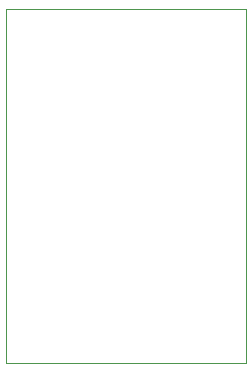
<source format=gbo>
G75*
%MOIN*%
%OFA0B0*%
%FSLAX25Y25*%
%IPPOS*%
%LPD*%
%AMOC8*
5,1,8,0,0,1.08239X$1,22.5*
%
%ADD10C,0.00000*%
D10*
X0010800Y0001500D02*
X0010800Y0119610D01*
X0090721Y0119610D01*
X0090721Y0001500D01*
X0010800Y0001500D01*
M02*

</source>
